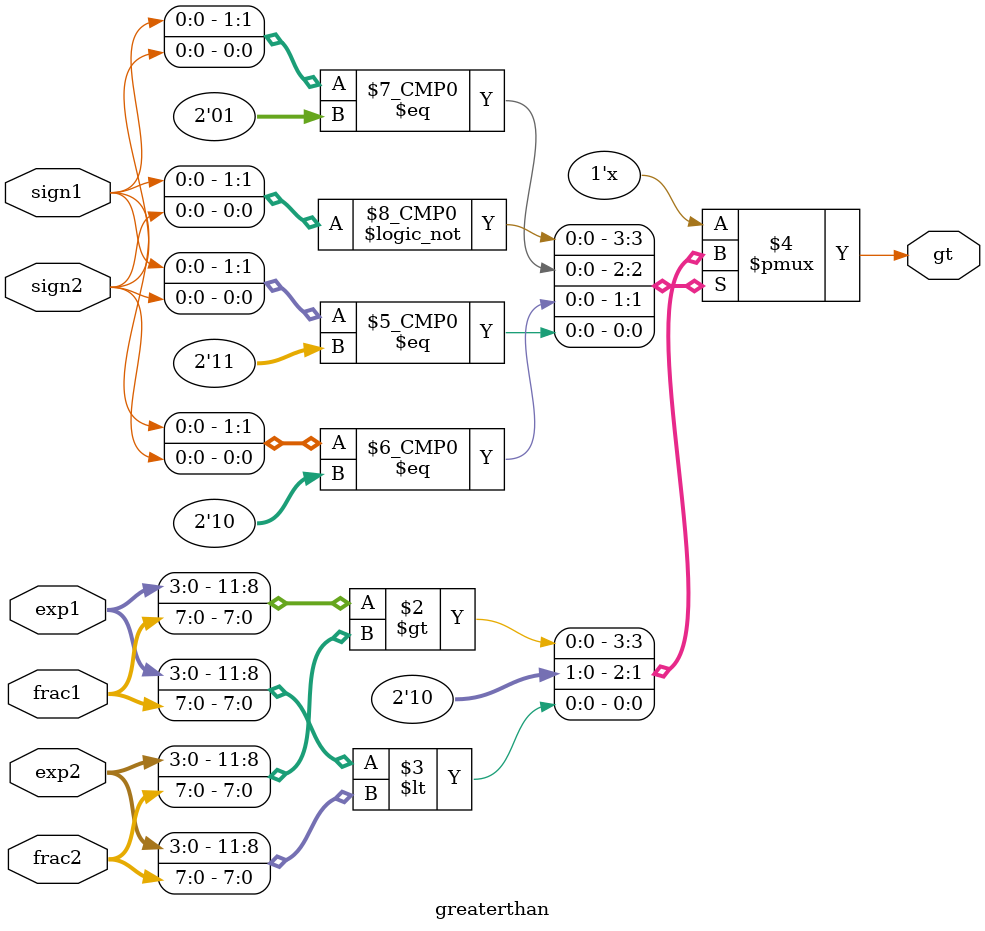
<source format=sv>

module greaterthan (
  input logic       sign1, sign2,
  input logic [3:0] exp1, exp2,
  input logic [7:0] frac1, frac2,
  output logic      gt
);
  always_comb begin
    unique case ({sign1, sign2})
      2'b00: gt = {exp1, frac1} > {exp2, frac2};
      2'b01: gt = 1'b1;
      2'b10: gt = 1'b0;
      2'b11: gt = {exp1, frac1} < {exp2, frac2};
      default: gt = 1'b0;
    endcase
  end
endmodule

</source>
